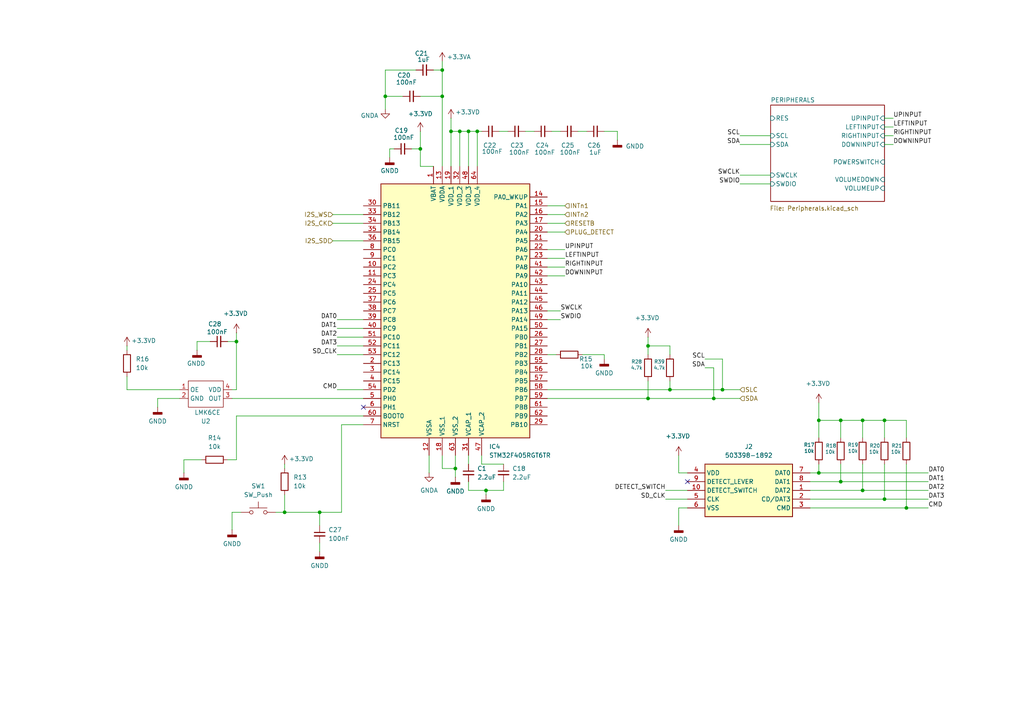
<source format=kicad_sch>
(kicad_sch (version 20250114) (generator "eeschema") (generator_version "9.0")
  (paper "A4")
  (lib_symbols
    (symbol "503398-1892:503398-1892"
      (property "Reference" "J3" (at 17.78 7.62 0))
      (property "Value" "503398-1892" (at 17.78 5.08 0))
      (symbol "503398-1892_1_1"
        (rectangle (start 5.08 2.54) (end 30.48 -12.7) (stroke (width 0.254)) (fill (type background)))
        (pin passive line (at 0 0 0) (length 5.08) (name "VDD") (number "4"))
        (pin passive line (at 0 -2.54 0) (length 5.08) (name "DETECT_LEVER") (number "9"))
        (pin passive line (at 0 -5.08 0) (length 5.08) (name "DETECT_SWITCH") (number "10"))
        (pin passive line (at 0 -7.62 0) (length 5.08) (name "CLK") (number "5"))
        (pin passive line (at 0 -10.16 0) (length 5.08) (name "VSS") (number "6"))
        (pin passive line (at 35.56 0 180) (length 5.08) (name "DAT0") (number "7"))
        (pin passive line (at 35.56 -2.54 180) (length 5.08) (name "DAT1") (number "8"))
        (pin passive line (at 35.56 -5.08 180) (length 5.08) (name "DAT2") (number "1"))
        (pin passive line (at 35.56 -7.62 180) (length 5.08) (name "CD/DAT3") (number "2"))
        (pin passive line (at 35.56 -10.16 180) (length 5.08) (name "CMD") (number "3"))
      )
    )
    (symbol "Device:C_Small" (pin_numbers (hide yes)) (pin_names (offset 0.254) (hide yes))
      (property "Reference" "C" (at 0.254 1.778 0))
      (property "Value" "C_Small" (at 0.254 -2.032 0))
      (symbol "C_Small_0_1"
        (polyline (pts (xy -1.524 0.508) (xy 1.524 0.508)) (stroke (width 0.3048)))
        (polyline (pts (xy -1.524 -0.508) (xy 1.524 -0.508)) (stroke (width 0.3302)))
      )
      (symbol "C_Small_1_1"
        (pin passive line (at 0 2.54 270) (length 2.032) (name "~") (number "1"))
        (pin passive line (at 0 -2.54 90) (length 2.032) (name "~") (number "2"))
      )
    )
    (symbol "Device:R" (pin_numbers (hide yes)) (pin_names (offset 0))
      (property "Reference" "R" (at 2.032 0 90))
      (property "Value" "R" (at 0 0 90))
      (symbol "R_0_1"
        (rectangle (start -1.016 -2.54) (end 1.016 2.54) (stroke (width 0.254)))
      )
      (symbol "R_1_1"
        (pin passive line (at 0 3.81 270) (length 1.27) (name "~") (number "1"))
        (pin passive line (at 0 -3.81 90) (length 1.27) (name "~") (number "2"))
      )
    )
    (symbol "LMK6C_1"
      (property "Reference" "U" (at 7.112 -4.064 0))
      (property "Value" "LMK6CE008000CDLFR" (at 10.922 -6.096 0))
      (symbol "LMK6C_1_0_1"
        (rectangle (start -5.08 3.81) (end 5.08 -3.81))
      )
      (symbol "LMK6C_1_1_1"
        (pin input line (at -7.62 1.27 0) (length 2.54) (name "OE") (number "1"))
        (pin input line (at -7.62 -1.27 0) (length 2.54) (name "GND") (number "2"))
        (pin input line (at 7.62 1.27 180) (length 2.54) (name "VDD") (number "4"))
        (pin input line (at 7.62 -1.27 180) (length 2.54) (name "OUT") (number "3"))
      )
    )
    (symbol "STM32F405RGT6TR_1"
      (property "Reference" "IC" (at 49.53 17.78 0))
      (property "Value" "STM32F405RGT6TR" (at 49.53 15.24 0))
      (symbol "STM32F405RGT6TR_1_1_1"
        (rectangle (start 5.08 12.7) (end 48.26 -60.96) (stroke (width 0.254)) (fill (type background)))
        (pin passive line (at 0 6.35 0) (length 5.08) (name "PB11") (number "30"))
        (pin passive line (at 0 3.81 0) (length 5.08) (name "PB12") (number "33"))
        (pin passive line (at 0 1.27 0) (length 5.08) (name "PB13") (number "34"))
        (pin passive line (at 0 -1.27 0) (length 5.08) (name "PB14") (number "35"))
        (pin passive line (at 0 -3.81 0) (length 5.08) (name "PB15") (number "36"))
        (pin passive line (at 0 -6.35 0) (length 5.08) (name "PC0") (number "8"))
        (pin passive line (at 0 -8.89 0) (length 5.08) (name "PC1") (number "9"))
        (pin passive line (at 0 -11.43 0) (length 5.08) (name "PC2") (number "10"))
        (pin passive line (at 0 -13.97 0) (length 5.08) (name "PC3") (number "11"))
        (pin passive line (at 0 -16.51 0) (length 5.08) (name "PC4") (number "24"))
        (pin passive line (at 0 -19.05 0) (length 5.08) (name "PC5") (number "25"))
        (pin passive line (at 0 -21.59 0) (length 5.08) (name "PC6") (number "37"))
        (pin passive line (at 0 -24.13 0) (length 5.08) (name "PC7") (number "38"))
        (pin passive line (at 0 -26.67 0) (length 5.08) (name "PC8") (number "39"))
        (pin passive line (at 0 -29.21 0) (length 5.08) (name "PC9") (number "40"))
        (pin passive line (at 0 -31.75 0) (length 5.08) (name "PC10") (number "51"))
        (pin passive line (at 0 -34.29 0) (length 5.08) (name "PC11") (number "52"))
        (pin passive line (at 0 -36.83 0) (length 5.08) (name "PC12") (number "53"))
        (pin passive line (at 0 -39.37 0) (length 5.08) (name "PC13") (number "2"))
        (pin passive line (at 0 -41.91 0) (length 5.08) (name "PC14") (number "3"))
        (pin passive line (at 0 -44.45 0) (length 5.08) (name "PC15") (number "4"))
        (pin passive line (at 0 -46.99 0) (length 5.08) (name "PD2") (number "54"))
        (pin passive line (at 0 -49.53 0) (length 5.08) (name "PH0") (number "5"))
        (pin passive line (at 0 -52.07 0) (length 5.08) (name "PH1") (number "6"))
        (pin passive line (at 0 -54.61 0) (length 5.08) (name "BOOT0") (number "60"))
        (pin passive line (at 0 -57.15 0) (length 5.08) (name "NRST") (number "7"))
        (pin passive line (at 19.05 -66.04 90) (length 5.08) (name "VSSA") (number "12"))
        (pin passive line (at 20.32 17.78 270) (length 5.08) (name "VBAT") (number "1"))
        (pin passive line (at 22.86 17.78 270) (length 5.08) (name "VDDA") (number "13"))
        (pin passive line (at 22.86 -66.04 90) (length 5.08) (name "VSS_1") (number "18"))
        (pin passive line (at 25.4 17.78 270) (length 5.08) (name "VDD_1") (number "19"))
        (pin passive line (at 26.67 -66.04 90) (length 5.08) (name "VSS_2") (number "63"))
        (pin passive line (at 27.94 17.78 270) (length 5.08) (name "VDD_2") (number "32"))
        (pin passive line (at 30.48 17.78 270) (length 5.08) (name "VDD_3") (number "48"))
        (pin passive line (at 30.48 -66.04 90) (length 5.08) (name "VCAP_1") (number "31"))
        (pin passive line (at 33.02 17.78 270) (length 5.08) (name "VDD_4") (number "64"))
        (pin passive line (at 34.29 -66.04 90) (length 5.08) (name "VCAP_2") (number "47"))
        (pin passive line (at 53.34 8.89 180) (length 5.08) (name "PA0_WKUP") (number "14"))
        (pin passive line (at 53.34 6.35 180) (length 5.08) (name "PA1") (number "15"))
        (pin passive line (at 53.34 3.81 180) (length 5.08) (name "PA2") (number "16"))
        (pin passive line (at 53.34 1.27 180) (length 5.08) (name "PA3") (number "17"))
        (pin passive line (at 53.34 -1.27 180) (length 5.08) (name "PA4") (number "20"))
        (pin passive line (at 53.34 -3.81 180) (length 5.08) (name "PA5") (number "21"))
        (pin passive line (at 53.34 -6.35 180) (length 5.08) (name "PA6") (number "22"))
        (pin passive line (at 53.34 -8.89 180) (length 5.08) (name "PA7") (number "23"))
        (pin passive line (at 53.34 -11.43 180) (length 5.08) (name "PA8") (number "41"))
        (pin passive line (at 53.34 -13.97 180) (length 5.08) (name "PA9") (number "42"))
        (pin passive line (at 53.34 -16.51 180) (length 5.08) (name "PA10") (number "43"))
        (pin passive line (at 53.34 -19.05 180) (length 5.08) (name "PA11") (number "44"))
        (pin passive line (at 53.34 -21.59 180) (length 5.08) (name "PA12") (number "45"))
        (pin passive line (at 53.34 -24.13 180) (length 5.08) (name "PA13") (number "46"))
        (pin passive line (at 53.34 -26.67 180) (length 5.08) (name "PA14") (number "49"))
        (pin passive line (at 53.34 -29.21 180) (length 5.08) (name "PA15") (number "50"))
        (pin passive line (at 53.34 -31.75 180) (length 5.08) (name "PB0") (number "26"))
        (pin passive line (at 53.34 -34.29 180) (length 5.08) (name "PB1") (number "27"))
        (pin passive line (at 53.34 -36.83 180) (length 5.08) (name "PB2") (number "28"))
        (pin passive line (at 53.34 -39.37 180) (length 5.08) (name "PB3") (number "55"))
        (pin passive line (at 53.34 -41.91 180) (length 5.08) (name "PB4") (number "56"))
        (pin passive line (at 53.34 -44.45 180) (length 5.08) (name "PB5") (number "57"))
        (pin passive line (at 53.34 -46.99 180) (length 5.08) (name "PB6") (number "58"))
        (pin passive line (at 53.34 -49.53 180) (length 5.08) (name "PB7") (number "59"))
        (pin passive line (at 53.34 -52.07 180) (length 5.08) (name "PB8") (number "61"))
        (pin passive line (at 53.34 -54.61 180) (length 5.08) (name "PB9") (number "62"))
        (pin passive line (at 53.34 -57.15 180) (length 5.08) (name "PB10") (number "29"))
      )
    )
    (symbol "Switch:SW_Push" (pin_numbers (hide yes)) (pin_names (offset 1.016) (hide yes))
      (property "Reference" "SW" (at 1.27 2.54 0))
      (property "Value" "SW_Push" (at 0 -1.524 0))
      (symbol "SW_Push_0_1"
        (circle (center -2.032 0) (radius 0.508))
        (polyline (pts (xy 0 1.27) (xy 0 3.048)))
        (circle (center 2.032 0) (radius 0.508))
        (polyline (pts (xy 2.54 1.27) (xy -2.54 1.27)))
        (pin passive line (at -5.08 0 0) (length 2.54) (name "1") (number "1"))
        (pin passive line (at 5.08 0 180) (length 2.54) (name "2") (number "2"))
      )
    )
    (symbol "power:+3.3V" (power) (pin_numbers (hide yes)) (pin_names (offset 0) (hide yes))
      (property "Value" "+3.3V" (at 0 3.556 0))
      (symbol "+3.3V_0_1"
        (polyline (pts (xy -0.762 1.27) (xy 0 2.54)))
        (polyline (pts (xy 0 2.54) (xy 0.762 1.27)))
        (polyline (pts (xy 0 0) (xy 0 2.54)))
      )
      (symbol "+3.3V_1_1"
        (pin power_in line (at 0 0 90) (length 0) (name "~") (number "1"))
      )
    )
    (symbol "power:+3.3VA" (power) (pin_numbers (hide yes)) (pin_names (offset 0) (hide yes))
      (property "Value" "+3.3VA" (at 0 3.556 0))
      (symbol "+3.3VA_0_1"
        (polyline (pts (xy -0.762 1.27) (xy 0 2.54)))
        (polyline (pts (xy 0 2.54) (xy 0.762 1.27)))
        (polyline (pts (xy 0 0) (xy 0 2.54)))
      )
      (symbol "+3.3VA_1_1"
        (pin power_in line (at 0 0 90) (length 0) (name "~") (number "1"))
      )
    )
    (symbol "power:GNDA" (power) (pin_numbers (hide yes)) (pin_names (offset 0) (hide yes))
      (property "Value" "GNDA" (at 0 -3.81 0))
      (symbol "GNDA_0_1"
        (polyline (pts (xy 0 0) (xy 0 -1.27) (xy 1.27 -1.27) (xy 0 -2.54) (xy -1.27 -1.27) (xy 0 -1.27)))
      )
      (symbol "GNDA_1_1"
        (pin power_in line (at 0 0 270) (length 0) (name "~") (number "1"))
      )
    )
    (symbol "power:GNDD" (power) (pin_numbers (hide yes)) (pin_names (offset 0) (hide yes))
      (property "Value" "GNDD" (at 0 -3.175 0))
      (symbol "GNDD_0_1"
        (rectangle (start -1.27 -1.524) (end 1.27 -2.032) (stroke (width 0.254)) (fill (type outline)))
        (polyline (pts (xy 0 0) (xy 0 -1.524)))
      )
      (symbol "GNDD_1_1"
        (pin power_in line (at 0 0 270) (length 0) (name "~") (number "1"))
      )
    )
  )
  (junction (at 250.19 142.24))
  (junction (at 92.71 148.59))
  (junction (at 237.49 121.92))
  (junction (at 262.89 147.32))
  (junction (at 250.19 121.92))
  (junction (at 140.97 142.24))
  (junction (at 128.27 20.32))
  (junction (at 256.54 121.92))
  (junction (at 243.84 121.92))
  (junction (at 111.76 27.94))
  (junction (at 187.96 115.57))
  (junction (at 132.08 135.89))
  (junction (at 128.27 27.94))
  (junction (at 207.01 115.57))
  (junction (at 130.81 38.1))
  (junction (at 237.49 137.16))
  (junction (at 82.55 148.59))
  (junction (at 138.43 38.1))
  (junction (at 121.92 43.18))
  (junction (at 256.54 144.78))
  (junction (at 209.55 113.03))
  (junction (at 243.84 139.7))
  (junction (at 135.89 38.1))
  (junction (at 68.58 99.06))
  (junction (at 133.35 38.1))
  (junction (at 187.96 100.33))
  (junction (at 194.31 113.03))
  (no_connect (at 105.41 118.11))
  (no_connect (at 199.39 139.7))
  (wire (pts (xy 234.95 139.7) (xy 243.84 139.7)))
  (wire (pts (xy 138.43 38.1) (xy 139.7 38.1)))
  (wire (pts (xy 187.96 115.57) (xy 207.01 115.57)))
  (wire (pts (xy 97.79 95.25) (xy 105.41 95.25)))
  (wire (pts (xy 45.72 115.57) (xy 45.72 118.11)))
  (wire (pts (xy 214.63 41.91) (xy 223.52 41.91)))
  (wire (pts (xy 158.75 115.57) (xy 187.96 115.57)))
  (wire (pts (xy 121.92 27.94) (xy 128.27 27.94)))
  (wire (pts (xy 243.84 139.7) (xy 269.24 139.7)))
  (wire (pts (xy 194.31 100.33) (xy 194.31 102.87)))
  (wire (pts (xy 111.76 27.94) (xy 111.76 31.75)))
  (wire (pts (xy 199.39 147.32) (xy 196.85 147.32)))
  (wire (pts (xy 175.26 38.1) (xy 179.07 38.1)))
  (wire (pts (xy 130.81 34.29) (xy 130.81 38.1)))
  (wire (pts (xy 158.75 80.01) (xy 163.83 80.01)))
  (wire (pts (xy 114.3 43.18) (xy 113.03 43.18)))
  (wire (pts (xy 194.31 110.49) (xy 194.31 113.03)))
  (wire (pts (xy 193.04 142.24) (xy 199.39 142.24)))
  (wire (pts (xy 57.15 99.06) (xy 57.15 101.6)))
  (wire (pts (xy 237.49 116.84) (xy 237.49 121.92)))
  (wire (pts (xy 243.84 134.62) (xy 243.84 139.7)))
  (wire (pts (xy 158.75 67.31) (xy 163.83 67.31)))
  (wire (pts (xy 92.71 148.59) (xy 92.71 152.4)))
  (wire (pts (xy 243.84 127) (xy 243.84 121.92)))
  (wire (pts (xy 139.7 132.08) (xy 139.7 134.62)))
  (wire (pts (xy 144.78 38.1) (xy 147.32 38.1)))
  (wire (pts (xy 158.75 77.47) (xy 163.83 77.47)))
  (wire (pts (xy 36.83 113.03) (xy 52.07 113.03)))
  (wire (pts (xy 214.63 53.34) (xy 223.52 53.34)))
  (wire (pts (xy 97.79 102.87) (xy 105.41 102.87)))
  (wire (pts (xy 234.95 137.16) (xy 237.49 137.16)))
  (wire (pts (xy 152.4 38.1) (xy 154.94 38.1)))
  (wire (pts (xy 96.52 62.23) (xy 105.41 62.23)))
  (wire (pts (xy 256.54 36.83) (xy 259.08 36.83)))
  (wire (pts (xy 135.89 139.7) (xy 135.89 142.24)))
  (wire (pts (xy 105.41 123.19) (xy 99.06 123.19)))
  (wire (pts (xy 68.58 120.65) (xy 68.58 133.35)))
  (wire (pts (xy 52.07 115.57) (xy 45.72 115.57)))
  (wire (pts (xy 97.79 113.03) (xy 105.41 113.03)))
  (wire (pts (xy 158.75 59.69) (xy 163.83 59.69)))
  (wire (pts (xy 158.75 92.71) (xy 162.56 92.71)))
  (wire (pts (xy 158.75 102.87) (xy 161.29 102.87)))
  (wire (pts (xy 146.05 139.7) (xy 146.05 142.24)))
  (wire (pts (xy 128.27 48.26) (xy 128.27 27.94)))
  (wire (pts (xy 133.35 38.1) (xy 133.35 48.26)))
  (wire (pts (xy 120.65 20.32) (xy 111.76 20.32)))
  (wire (pts (xy 256.54 121.92) (xy 262.89 121.92)))
  (wire (pts (xy 113.03 43.18) (xy 113.03 45.72)))
  (wire (pts (xy 158.75 72.39) (xy 163.83 72.39)))
  (wire (pts (xy 111.76 20.32) (xy 111.76 27.94)))
  (wire (pts (xy 128.27 17.78) (xy 128.27 20.32)))
  (wire (pts (xy 82.55 134.62) (xy 82.55 135.89)))
  (wire (pts (xy 158.75 113.03) (xy 194.31 113.03)))
  (wire (pts (xy 158.75 90.17) (xy 162.56 90.17)))
  (wire (pts (xy 92.71 157.48) (xy 92.71 160.02)))
  (wire (pts (xy 80.01 148.59) (xy 82.55 148.59)))
  (wire (pts (xy 60.96 99.06) (xy 57.15 99.06)))
  (wire (pts (xy 135.89 38.1) (xy 135.89 48.26)))
  (wire (pts (xy 130.81 48.26) (xy 130.81 38.1)))
  (wire (pts (xy 237.49 121.92) (xy 237.49 127)))
  (wire (pts (xy 135.89 142.24) (xy 140.97 142.24)))
  (wire (pts (xy 97.79 97.79) (xy 105.41 97.79)))
  (wire (pts (xy 128.27 135.89) (xy 132.08 135.89)))
  (wire (pts (xy 68.58 133.35) (xy 66.04 133.35)))
  (wire (pts (xy 139.7 134.62) (xy 146.05 134.62)))
  (wire (pts (xy 132.08 135.89) (xy 132.08 138.43)))
  (wire (pts (xy 68.58 120.65) (xy 105.41 120.65)))
  (wire (pts (xy 138.43 38.1) (xy 138.43 48.26)))
  (wire (pts (xy 140.97 142.24) (xy 146.05 142.24)))
  (wire (pts (xy 121.92 48.26) (xy 125.73 48.26)))
  (wire (pts (xy 193.04 144.78) (xy 199.39 144.78)))
  (wire (pts (xy 262.89 127) (xy 262.89 121.92)))
  (wire (pts (xy 262.89 147.32) (xy 269.24 147.32)))
  (wire (pts (xy 196.85 132.08) (xy 196.85 137.16)))
  (wire (pts (xy 111.76 27.94) (xy 116.84 27.94)))
  (wire (pts (xy 158.75 74.93) (xy 163.83 74.93)))
  (wire (pts (xy 58.42 133.35) (xy 53.34 133.35)))
  (wire (pts (xy 234.95 142.24) (xy 250.19 142.24)))
  (wire (pts (xy 207.01 106.68) (xy 207.01 115.57)))
  (wire (pts (xy 82.55 143.51) (xy 82.55 148.59)))
  (wire (pts (xy 209.55 113.03) (xy 214.63 113.03)))
  (wire (pts (xy 128.27 132.08) (xy 128.27 135.89)))
  (wire (pts (xy 132.08 132.08) (xy 132.08 135.89)))
  (wire (pts (xy 36.83 100.33) (xy 36.83 101.6)))
  (wire (pts (xy 125.73 20.32) (xy 128.27 20.32)))
  (wire (pts (xy 158.75 62.23) (xy 163.83 62.23)))
  (wire (pts (xy 92.71 148.59) (xy 99.06 148.59)))
  (wire (pts (xy 207.01 115.57) (xy 214.63 115.57)))
  (wire (pts (xy 119.38 43.18) (xy 121.92 43.18)))
  (wire (pts (xy 121.92 43.18) (xy 121.92 48.26)))
  (wire (pts (xy 250.19 142.24) (xy 269.24 142.24)))
  (wire (pts (xy 97.79 100.33) (xy 105.41 100.33)))
  (wire (pts (xy 250.19 127) (xy 250.19 121.92)))
  (wire (pts (xy 256.54 121.92) (xy 250.19 121.92)))
  (wire (pts (xy 168.91 102.87) (xy 175.26 102.87)))
  (wire (pts (xy 135.89 38.1) (xy 138.43 38.1)))
  (wire (pts (xy 256.54 41.91) (xy 259.08 41.91)))
  (wire (pts (xy 256.54 127) (xy 256.54 121.92)))
  (wire (pts (xy 256.54 34.29) (xy 259.08 34.29)))
  (wire (pts (xy 96.52 64.77) (xy 105.41 64.77)))
  (wire (pts (xy 121.92 38.1) (xy 121.92 43.18)))
  (wire (pts (xy 36.83 109.22) (xy 36.83 113.03)))
  (wire (pts (xy 209.55 104.14) (xy 209.55 113.03)))
  (wire (pts (xy 130.81 38.1) (xy 133.35 38.1)))
  (wire (pts (xy 196.85 147.32) (xy 196.85 152.4)))
  (wire (pts (xy 175.26 102.87) (xy 175.26 104.14)))
  (wire (pts (xy 256.54 39.37) (xy 259.08 39.37)))
  (wire (pts (xy 68.58 96.52) (xy 68.58 99.06)))
  (wire (pts (xy 68.58 113.03) (xy 67.31 113.03)))
  (wire (pts (xy 187.96 100.33) (xy 194.31 100.33)))
  (wire (pts (xy 234.95 147.32) (xy 262.89 147.32)))
  (wire (pts (xy 124.46 132.08) (xy 124.46 137.16)))
  (wire (pts (xy 66.04 99.06) (xy 68.58 99.06)))
  (wire (pts (xy 82.55 148.59) (xy 92.71 148.59)))
  (wire (pts (xy 67.31 115.57) (xy 105.41 115.57)))
  (wire (pts (xy 68.58 99.06) (xy 68.58 113.03)))
  (wire (pts (xy 179.07 38.1) (xy 179.07 40.64)))
  (wire (pts (xy 99.06 123.19) (xy 99.06 148.59)))
  (wire (pts (xy 97.79 92.71) (xy 105.41 92.71)))
  (wire (pts (xy 187.96 100.33) (xy 187.96 102.87)))
  (wire (pts (xy 250.19 121.92) (xy 243.84 121.92)))
  (wire (pts (xy 140.97 143.51) (xy 140.97 142.24)))
  (wire (pts (xy 234.95 144.78) (xy 256.54 144.78)))
  (wire (pts (xy 250.19 134.62) (xy 250.19 142.24)))
  (wire (pts (xy 69.85 148.59) (xy 67.31 148.59)))
  (wire (pts (xy 158.75 64.77) (xy 163.83 64.77)))
  (wire (pts (xy 214.63 39.37) (xy 223.52 39.37)))
  (wire (pts (xy 67.31 148.59) (xy 67.31 153.67)))
  (wire (pts (xy 167.64 38.1) (xy 170.18 38.1)))
  (wire (pts (xy 204.47 106.68) (xy 207.01 106.68)))
  (wire (pts (xy 243.84 121.92) (xy 237.49 121.92)))
  (wire (pts (xy 135.89 132.08) (xy 135.89 134.62)))
  (wire (pts (xy 160.02 38.1) (xy 162.56 38.1)))
  (wire (pts (xy 262.89 134.62) (xy 262.89 147.32)))
  (wire (pts (xy 214.63 50.8) (xy 223.52 50.8)))
  (wire (pts (xy 128.27 20.32) (xy 128.27 27.94)))
  (wire (pts (xy 53.34 133.35) (xy 53.34 137.16)))
  (wire (pts (xy 196.85 137.16) (xy 199.39 137.16)))
  (wire (pts (xy 194.31 113.03) (xy 209.55 113.03)))
  (wire (pts (xy 204.47 104.14) (xy 209.55 104.14)))
  (wire (pts (xy 187.96 97.79) (xy 187.96 100.33)))
  (wire (pts (xy 187.96 110.49) (xy 187.96 115.57)))
  (wire (pts (xy 256.54 144.78) (xy 269.24 144.78)))
  (wire (pts (xy 96.52 69.85) (xy 105.41 69.85)))
  (wire (pts (xy 133.35 38.1) (xy 135.89 38.1)))
  (wire (pts (xy 237.49 137.16) (xy 269.24 137.16)))
  (wire (pts (xy 237.49 134.62) (xy 237.49 137.16)))
  (wire (pts (xy 256.54 134.62) (xy 256.54 144.78)))
  (label "SCL" (at 204.47 104.14 180))
  (label "UPINPUT" (at 259.08 34.29 0))
  (label "DETECT_SWITCH" (at 193.04 142.24 180))
  (label "UPINPUT" (at 163.83 72.39 0))
  (label "SD_CLK" (at 193.04 144.78 180))
  (label "CMD" (at 97.79 113.03 180))
  (label "RIGHTINPUT" (at 259.08 39.37 0))
  (label "DAT2" (at 269.24 142.24 0))
  (label "DAT0" (at 97.79 92.71 180))
  (label "DAT3" (at 269.24 144.78 0))
  (label "DOWNINPUT" (at 163.83 80.01 0))
  (label "SWCLK" (at 162.56 90.17 0))
  (label "DOWNINPUT" (at 259.08 41.91 0))
  (label "DAT1" (at 269.24 139.7 0))
  (label "DAT0" (at 269.24 137.16 0))
  (label "CMD" (at 269.24 147.32 0))
  (label "LEFTINPUT" (at 163.83 74.93 0))
  (label "SDA" (at 204.47 106.68 180))
  (label "DAT1" (at 97.79 95.25 180))
  (label "SWCLK" (at 214.63 50.8 180))
  (label "LEFTINPUT" (at 259.08 36.83 0))
  (label "SD_CLK" (at 97.79 102.87 180))
  (label "DAT3" (at 97.79 100.33 180))
  (label "RIGHTINPUT" (at 163.83 77.47 0))
  (label "SWDIO" (at 162.56 92.71 0))
  (label "SDA" (at 214.63 41.91 180))
  (label "DAT2" (at 97.79 97.79 180))
  (label "SCL" (at 214.63 39.37 180))
  (label "SWDIO" (at 214.63 53.34 180))
  (hierarchical_label "INTn1" (shape input) (at 163.83 59.69 0))
  (hierarchical_label "SLC" (shape input) (at 214.63 113.03 0))
  (hierarchical_label "PLUG_DETECT" (shape input) (at 163.83 67.31 0))
  (hierarchical_label "I2S_SD" (shape input) (at 96.52 69.85 180))
  (hierarchical_label "I2S_CK" (shape input) (at 96.52 64.77 180))
  (hierarchical_label "RESETB" (shape input) (at 163.83 64.77 0))
  (hierarchical_label "SDA" (shape input) (at 214.63 115.57 0))
  (hierarchical_label "INTn2" (shape input) (at 163.83 62.23 0))
  (hierarchical_label "I2S_WS" (shape input) (at 96.52 62.23 180))
  (symbol (lib_id "power:GNDD") (at 196.85 152.4 0) (unit 1)
    (property "Reference" "#PWR051" (effects (hide yes)))
    (property "Value" "GNDD" (at 196.85 156.464 0))
    (property "Description" "Power symbol creates a global label with name \"GNDD\" , digital ground" (effects (hide yes)))
  )
  (symbol (lib_id "Device:R") (at 62.23 133.35 90) (unit 1)
    (property "Reference" "R14" (at 62.23 127 90))
    (property "Value" "10k" (at 62.23 129.54 90))
    (property "Description" "Resistor" (effects (hide yes)))
  )
  (symbol (lib_id "power:GNDD") (at 179.07 40.64 0) (unit 1)
    (property "Reference" "#PWR05" (effects (hide yes)))
    (property "Value" "GNDD" (at 184.15 42.418 0))
    (property "Description" "Power symbol creates a global label with name \"GNDD\" , digital ground" (effects (hide yes)))
  )
  (symbol (lib_id "power:GNDD") (at 175.26 104.14 0) (unit 1)
    (property "Reference" "#PWR048" (effects (hide yes)))
    (property "Value" "GNDD" (at 175.26 108.204 0))
    (property "Description" "Power symbol creates a global label with name \"GNDD\" , digital ground" (effects (hide yes)))
  )
  (symbol (lib_id "Device:C_Small") (at 142.24 38.1 90) (unit 1)
    (property "Reference" "C22" (at 144.018 42.164 90) (effects (justify left)))
    (property "Value" "100nF" (at 145.796 43.942 90) (effects (justify left)))
    (property "Description" "Unpolarized capacitor, small symbol" (effects (hide yes)))
  )
  (symbol (lib_id "power:GNDD") (at 140.97 143.51 0) (unit 1)
    (property "Reference" "#PWR043" (effects (hide yes)))
    (property "Value" "GNDD" (at 140.97 147.574 0))
    (property "Description" "Power symbol creates a global label with name \"GNDD\" , digital ground" (effects (hide yes)))
  )
  (symbol (lib_id "Device:R") (at 237.49 130.81 180) (unit 1)
    (property "Reference" "R17" (at 234.696 129.032 0) (effects (font (size 1.016 1.016))))
    (property "Value" "10k" (at 234.696 130.81 0) (effects (font (size 1.016 1.016))))
    (property "Description" "Resistor" (effects (hide yes)))
  )
  (symbol (lib_id "Device:C_Small") (at 123.19 20.32 90) (unit 1)
    (property "Reference" "C21" (at 124.206 15.494 90) (effects (justify left)))
    (property "Value" "1uF" (at 124.714 17.272 90) (effects (justify left)))
    (property "Description" "Unpolarized capacitor, small symbol" (effects (hide yes)))
  )
  (symbol (lib_id "Device:C_Small") (at 116.84 43.18 90) (unit 1)
    (property "Reference" "C19" (at 118.364 37.846 90) (effects (justify left)))
    (property "Value" "100nF" (at 120.142 39.878 90) (effects (justify left)))
    (property "Description" "Unpolarized capacitor, small symbol" (effects (hide yes)))
  )
  (symbol (lib_id "Device:C_Small") (at 165.1 38.1 90) (unit 1)
    (property "Reference" "C25" (at 166.624 42.164 90) (effects (justify left)))
    (property "Value" "100nF" (at 168.402 44.196 90) (effects (justify left)))
    (property "Description" "Unpolarized capacitor, small symbol" (effects (hide yes)))
  )
  (symbol (lib_id "503398-1892:503398-1892") (at 199.39 137.16 0) (unit 1)
    (property "Reference" "J2" (at 217.17 129.54 0))
    (property "Value" "503398-1892" (at 217.17 132.08 0))
    (property "Footprint" "5033981892" (effects (hide yes)))
    (property "Datasheet" "http://www.molex.com/webdocs/datasheets/pdf/en-us//5033981892_MEMORY_CARD_SOCKET.pdf" (effects (hide yes)))
    (property "Description" "MicroSD SMT Push-Push 1.28mm height MicroSD SMT Push-Push 1.28mm height" (effects (hide yes)))
    (property "Height" "1.28" (effects (hide yes)))
    (property "Mouser Part Number" "538-503398-1892" (effects (hide yes)))
    (property "Mouser Price/Stock" "https://www.mouser.co.uk/ProductDetail/Molex/503398-1892?qs=b0v8CoHHvSMxV%252BW12iKaSg%3D%3D" (effects (hide yes)))
    (property "Manufacturer_Name" "Molex" (effects (hide yes)))
    (property "Manufacturer_Part_Number" "503398-1892" (effects (hide yes)))
  )
  (symbol (lib_id "power:+3.3V") (at 196.85 132.08 0) (unit 1)
    (property "Reference" "#PWR013" (effects (hide yes)))
    (property "Value" "+3.3VD" (at 196.596 126.492 0))
    (property "Description" "Power symbol creates a global label with name \"+3.3V\"" (effects (hide yes)))
  )
  (symbol (lib_id "Device:R") (at 165.1 102.87 90) (unit 1)
    (property "Reference" "R15" (at 169.926 104.14 90))
    (property "Value" "10k" (at 170.18 106.172 90))
    (property "Description" "Resistor" (effects (hide yes)))
  )
  (symbol (lib_id "power:+3.3V") (at 130.81 34.29 0) (unit 1)
    (property "Reference" "#PWR06" (effects (hide yes)))
    (property "Value" "+3.3VD" (at 135.636 32.512 0))
    (property "Description" "Power symbol creates a global label with name \"+3.3V\"" (effects (hide yes)))
  )
  (symbol (lib_id "power:GNDA") (at 124.46 137.16 0) (unit 1)
    (property "Reference" "#PWR028" (effects (hide yes)))
    (property "Value" "GNDA" (at 124.46 142.24 0))
    (property "Description" "Power symbol creates a global label with name \"GNDA\" , analog ground" (effects (hide yes)))
  )
  (symbol (lib_name "LMK6C_1") (lib_id "LMK6C:LMK6C") (at 59.69 114.3 0) (unit 1)
    (property "Reference" "U2" (at 59.69 122.174 0))
    (property "Value" "LMK6CE" (at 60.198 119.634 0))
    (property "Datasheet" "https://www.ti.com/lit/ds/symlink/lmk6c.pdf?ts=1759419129089&ref_url=https%253A%252F%252Fwww.ti.com%252Fproduct%252FLMK6C" (effects (hide yes)))
  )
  (symbol (lib_id "Device:C_Small") (at 63.5 99.06 90) (unit 1)
    (property "Reference" "C28" (at 64.262 93.98 90) (effects (justify left)))
    (property "Value" "100nF" (at 66.04 96.266 90) (effects (justify left)))
    (property "Description" "Unpolarized capacitor, small symbol" (effects (hide yes)))
  )
  (symbol (lib_id "Device:C_Small") (at 172.72 38.1 90) (unit 1)
    (property "Reference" "C26" (at 174.244 42.164 90) (effects (justify left)))
    (property "Value" "1uF" (at 174.498 44.196 90) (effects (justify left)))
    (property "Description" "Unpolarized capacitor, small symbol" (effects (hide yes)))
  )
  (symbol (lib_id "Device:C_Small") (at 149.86 38.1 90) (unit 1)
    (property "Reference" "C23" (at 151.892 42.164 90) (effects (justify left)))
    (property "Value" "100nF" (at 153.67 44.196 90) (effects (justify left)))
    (property "Description" "Unpolarized capacitor, small symbol" (effects (hide yes)))
  )
  (symbol (lib_id "power:+3.3V") (at 68.58 96.52 0) (unit 1)
    (property "Reference" "#PWR09" (effects (hide yes)))
    (property "Value" "+3.3VD" (at 68.326 90.932 0))
    (property "Description" "Power symbol creates a global label with name \"+3.3V\"" (effects (hide yes)))
  )
  (symbol (lib_name "STM32F405RGT6TR_1") (lib_id "STM32F405RGT6TR:STM32F405RGT6TR") (at 105.41 66.04 0) (unit 1)
    (property "Reference" "IC4" (at 141.8433 129.54 0) (effects (justify left)))
    (property "Value" "STM32F405RGT6TR" (at 141.8433 132.08 0) (effects (justify left)))
    (property "Footprint" "QFP50P1200X1200X160-64N" (effects (hide yes)))
    (property "Datasheet" "http://www.st.com/web/en/resource/technical/document/datasheet/DM00037051.pdf" (effects (hide yes)))
    (property "Description" "STM32F405RGT6TR, 32 bit ARM Cortex M4 MCU 168MHz 1024 kB Flash, 192 kB RAM, 2xUSB CAN I2C 64-Pin LQFP" (effects (hide yes)))
    (property "Height" "1.6" (effects (hide yes)))
    (property "Mouser Part Number" "511-STM32F405RGT6TR" (effects (hide yes)))
    (property "Mouser Price/Stock" "https://www.mouser.co.uk/ProductDetail/STMicroelectronics/STM32F405RGT6TR?qs=MavH1QghrkHshpR6GkvPIg%3D%3D" (effects (hide yes)))
    (property "Manufacturer_Name" "STMicroelectronics" (effects (hide yes)))
    (property "Manufacturer_Part_Number" "STM32F405RGT6TR" (effects (hide yes)))
  )
  (symbol (lib_id "Device:R") (at 256.54 130.81 180) (unit 1)
    (property "Reference" "R20" (at 253.746 129.286 0) (effects (font (size 1.016 1.016))))
    (property "Value" "10k" (at 253.492 131.064 0) (effects (font (size 1.016 1.016))))
    (property "Description" "Resistor" (effects (hide yes)))
  )
  (symbol (lib_id "power:GNDD") (at 92.71 160.02 0) (unit 1)
    (property "Reference" "#PWR045" (effects (hide yes)))
    (property "Value" "GNDD" (at 92.71 164.084 0))
    (property "Description" "Power symbol creates a global label with name \"GNDD\" , digital ground" (effects (hide yes)))
  )
  (symbol (lib_id "power:GNDD") (at 67.31 153.67 0) (unit 1)
    (property "Reference" "#PWR046" (effects (hide yes)))
    (property "Value" "GNDD" (at 67.31 157.734 0))
    (property "Description" "Power symbol creates a global label with name \"GNDD\" , digital ground" (effects (hide yes)))
  )
  (symbol (lib_id "power:GNDD") (at 57.15 101.6 0) (unit 1)
    (property "Reference" "#PWR049" (effects (hide yes)))
    (property "Value" "GNDD" (at 56.896 105.41 0))
    (property "Description" "Power symbol creates a global label with name \"GNDD\" , digital ground" (effects (hide yes)))
  )
  (symbol (lib_id "Device:R") (at 82.55 139.7 0) (unit 1)
    (property "Reference" "R13" (at 85.09 138.4299 0) (effects (justify left)))
    (property "Value" "10k" (at 85.09 140.9699 0) (effects (justify left)))
    (property "Description" "Resistor" (effects (hide yes)))
  )
  (symbol (lib_id "Device:R") (at 250.19 130.81 180) (unit 1)
    (property "Reference" "R19" (at 247.396 129.032 0) (effects (font (size 1.016 1.016))))
    (property "Value" "10k" (at 247.396 130.81 0) (effects (font (size 1.016 1.016))))
    (property "Description" "Resistor" (effects (hide yes)))
  )
  (symbol (lib_id "Device:R") (at 36.83 105.41 0) (unit 1)
    (property "Reference" "R16" (at 39.37 104.1399 0) (effects (justify left)))
    (property "Value" "10k" (at 39.37 106.6799 0) (effects (justify left)))
    (property "Description" "Resistor" (effects (hide yes)))
  )
  (symbol (lib_id "power:GNDD") (at 45.72 118.11 0) (unit 1)
    (property "Reference" "#PWR050" (effects (hide yes)))
    (property "Value" "GNDD" (at 45.72 122.174 0))
    (property "Description" "Power symbol creates a global label with name \"GNDD\" , digital ground" (effects (hide yes)))
  )
  (symbol (lib_id "Device:C_Small") (at 135.89 137.16 0) (unit 1)
    (property "Reference" "C1" (at 138.43 135.8962 0) (effects (justify left)))
    (property "Value" "2.2uF" (at 138.43 138.43 0) (effects (justify left)))
    (property "Description" "Unpolarized capacitor, small symbol" (effects (hide yes)))
  )
  (symbol (lib_id "Device:C_Small") (at 92.71 154.94 0) (unit 1)
    (property "Reference" "C27" (at 95.25 153.6762 0) (effects (justify left)))
    (property "Value" "100nF" (at 95.25 156.21 0) (effects (justify left)))
    (property "Description" "Unpolarized capacitor, small symbol" (effects (hide yes)))
  )
  (symbol (lib_id "Device:R") (at 243.84 130.81 180) (unit 1)
    (property "Reference" "R18" (at 241.046 129.286 0) (effects (font (size 1.016 1.016))))
    (property "Value" "10k" (at 240.792 131.064 0) (effects (font (size 1.016 1.016))))
    (property "Description" "Resistor" (effects (hide yes)))
  )
  (symbol (lib_id "power:+3.3VA") (at 128.27 17.78 0) (unit 1)
    (property "Reference" "#PWR07" (effects (hide yes)))
    (property "Value" "+3.3VA" (at 133.096 16.51 0))
    (property "Description" "Power symbol creates a global label with name \"+3.3VA\"" (effects (hide yes)))
  )
  (symbol (lib_id "power:+3.3V") (at 237.49 116.84 0) (unit 1)
    (property "Reference" "#PWR011" (effects (hide yes)))
    (property "Value" "+3.3VD" (at 237.236 111.252 0))
    (property "Description" "Power symbol creates a global label with name \"+3.3V\"" (effects (hide yes)))
  )
  (symbol (lib_id "Device:R") (at 262.89 130.81 180) (unit 1)
    (property "Reference" "R21" (at 260.096 129.286 0) (effects (font (size 1.016 1.016))))
    (property "Value" "10k" (at 259.842 131.064 0) (effects (font (size 1.016 1.016))))
    (property "Description" "Resistor" (effects (hide yes)))
  )
  (symbol (lib_id "Device:C_Small") (at 157.48 38.1 90) (unit 1)
    (property "Reference" "C24" (at 159.258 42.164 90) (effects (justify left)))
    (property "Value" "100nF" (at 161.036 44.196 90) (effects (justify left)))
    (property "Description" "Unpolarized capacitor, small symbol" (effects (hide yes)))
  )
  (symbol (lib_id "power:GNDD") (at 53.34 137.16 0) (unit 1)
    (property "Reference" "#PWR047" (effects (hide yes)))
    (property "Value" "GNDD" (at 53.34 141.224 0))
    (property "Description" "Power symbol creates a global label with name \"GNDD\" , digital ground" (effects (hide yes)))
  )
  (symbol (lib_id "power:GNDD") (at 132.08 138.43 0) (unit 1)
    (property "Reference" "#PWR029" (effects (hide yes)))
    (property "Value" "GNDD" (at 132.08 142.494 0))
    (property "Description" "Power symbol creates a global label with name \"GNDD\" , digital ground" (effects (hide yes)))
  )
  (symbol (lib_id "power:+3.3V") (at 187.96 97.79 0) (unit 1)
    (property "Reference" "#PWR066" (effects (hide yes)))
    (property "Value" "+3.3VD" (at 187.706 92.202 0))
    (property "Description" "Power symbol creates a global label with name \"+3.3V\"" (effects (hide yes)))
  )
  (symbol (lib_id "power:+3.3V") (at 82.55 134.62 0) (unit 1)
    (property "Reference" "#PWR08" (effects (hide yes)))
    (property "Value" "+3.3VD" (at 87.376 133.096 0))
    (property "Description" "Power symbol creates a global label with name \"+3.3V\"" (effects (hide yes)))
  )
  (symbol (lib_id "Device:C_Small") (at 119.38 27.94 90) (unit 1)
    (property "Reference" "C20" (at 119.126 21.844 90) (effects (justify left)))
    (property "Value" "100nF" (at 120.904 23.876 90) (effects (justify left)))
    (property "Description" "Unpolarized capacitor, small symbol" (effects (hide yes)))
  )
  (symbol (lib_id "Switch:SW_Push") (at 74.93 148.59 0) (unit 1)
    (property "Reference" "SW1" (at 74.93 140.97 0))
    (property "Value" "SW_Push" (at 74.93 143.51 0))
    (property "Description" "Push button switch, generic, two pins" (effects (hide yes)))
  )
  (symbol (lib_id "power:GNDA") (at 111.76 31.75 0) (unit 1)
    (property "Reference" "#PWR044" (effects (hide yes)))
    (property "Value" "GNDA" (at 107.188 33.528 0))
    (property "Description" "Power symbol creates a global label with name \"GNDA\" , analog ground" (effects (hide yes)))
  )
  (symbol (lib_id "power:+3.3V") (at 36.83 100.33 0) (unit 1)
    (property "Reference" "#PWR010" (effects (hide yes)))
    (property "Value" "+3.3VD" (at 41.656 98.806 0))
    (property "Description" "Power symbol creates a global label with name \"+3.3V\"" (effects (hide yes)))
  )
  (symbol (lib_id "Device:R") (at 194.31 106.68 180) (unit 1)
    (property "Reference" "R39" (at 191.262 104.902 0) (effects (font (size 1.016 1.016))))
    (property "Value" "4.7k" (at 191.262 106.68 0) (effects (font (size 1.016 1.016))))
    (property "Description" "Resistor" (effects (hide yes)))
  )
  (symbol (lib_id "power:GNDD") (at 113.03 45.72 0) (unit 1)
    (property "Reference" "#PWR04" (effects (hide yes)))
    (property "Value" "GNDD" (at 113.03 49.53 0))
    (property "Description" "Power symbol creates a global label with name \"GNDD\" , digital ground" (effects (hide yes)))
  )
  (symbol (lib_id "Device:R") (at 187.96 106.68 180) (unit 1)
    (property "Reference" "R28" (at 184.658 104.902 0) (effects (font (size 1.016 1.016))))
    (property "Value" "4.7k" (at 184.658 106.68 0) (effects (font (size 1.016 1.016))))
    (property "Description" "Resistor" (effects (hide yes)))
  )
  (symbol (lib_id "Device:C_Small") (at 146.05 137.16 0) (unit 1)
    (property "Reference" "C18" (at 148.59 135.8962 0) (effects (justify left)))
    (property "Value" "2.2uF" (at 148.59 138.43 0) (effects (justify left)))
    (property "Description" "Unpolarized capacitor, small symbol" (effects (hide yes)))
  )
  (symbol (lib_id "power:+3.3V") (at 121.92 38.1 0) (unit 1)
    (property "Reference" "#PWR02" (effects (hide yes)))
    (property "Value" "+3.3VD" (at 121.92 33.02 0))
    (property "Description" "Power symbol creates a global label with name \"+3.3V\"" (effects (hide yes)))
  )
  (sheet (at 223.52 30.48) (size 33.02 27.94) (stroke (width 0.1524))
    (property "Sheetname" "PERIPHERALS" (at 223.52 29.7684 0) (effects (justify left bottom)))
    (property "Sheetfile" "Peripherals.kicad_sch" (at 223.266 59.69 0) (effects (justify left top)))
    (pin "SWCLK" input (at 223.52 50.8 180))
    (pin "SWDIO" input (at 223.52 53.34 180))
    (pin "RES" input (at 223.52 34.29 180))
    (pin "SCL" input (at 223.52 39.37 180))
    (pin "SDA" input (at 223.52 41.91 180))
    (pin "DOWNINPUT" input (at 256.54 41.91 0))
    (pin "LEFTINPUT" input (at 256.54 36.83 0))
    (pin "POWERSWITCH" input (at 256.54 46.99 0))
    (pin "RIGHTINPUT" input (at 256.54 39.37 0))
    (pin "UPINPUT" input (at 256.54 34.29 0))
    (pin "VOLUMEDOWN" input (at 256.54 52.07 0))
    (pin "VOLUMEUP" input (at 256.54 54.61 0))
  )
)
</source>
